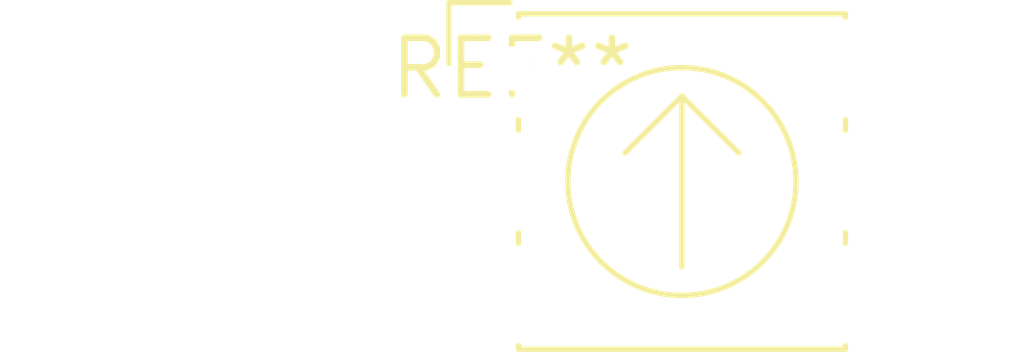
<source format=kicad_pcb>
(kicad_pcb (version 20240108) (generator pcbnew)
  (layers (0 "F.Cu" signal) (31 "B.Cu" signal) (34 "B.Paste" user) (35 "F.Paste" user) (36 "B.SilkS" user "B.Silkscreen") (37 "F.SilkS" user "F.Silkscreen") (38 "B.Mask" user) (39 "F.Mask" user) (44 "Edge.Cuts" user))
  (net 0 "")
  (footprint "Nidec_Copal_SH-7010C" (layer "F.Cu") (at 0 0)
    (property "Reference" "REF**")
    (property "Value" "Nidec_Copal_SH-7010C")
    (fp_line (start -1.42 -1.48) (end -0.05 -1.48) (layer "F.SilkS") (stroke (width 0.12)))
    (fp_line (start -1.42 -0.11) (end -1.42 -1.48) (layer "F.SilkS") (stroke (width 0.12)))
    (fp_line (start 0.14 -1.23) (end 7.48 -1.23) (layer "F.SilkS") (stroke (width 0.12)))
    (fp_line (start 0.14 -1.15) (end 0.14 -1.23) (layer "F.SilkS") (stroke (width 0.12)))
    (fp_line (start 0.14 1.15) (end 0.14 1.39) (layer "F.SilkS") (stroke (width 0.12)))
    (fp_line (start 0.14 3.69) (end 0.14 3.93) (layer "F.SilkS") (stroke (width 0.12)))
    (fp_line (start 0.14 6.23) (end 0.14 6.31) (layer "F.SilkS") (stroke (width 0.12)))
    (fp_line (start 0.14 6.31) (end 7.48 6.31) (layer "F.SilkS") (stroke (width 0.12)))
    (fp_line (start 2.53 1.9) (end 3.81 0.62) (layer "F.SilkS") (stroke (width 0.12)))
    (fp_line (start 3.81 0.62) (end 3.81 4.46) (layer "F.SilkS") (stroke (width 0.12)))
    (fp_line (start 3.81 0.62) (end 5.09 1.9) (layer "F.SilkS") (stroke (width 0.12)))
    (fp_line (start 7.48 -1.23) (end 7.48 -1.15) (layer "F.SilkS") (stroke (width 0.12)))
    (fp_line (start 7.48 1.15) (end 7.48 1.39) (layer "F.SilkS") (stroke (width 0.12)))
    (fp_line (start 7.48 3.69) (end 7.48 3.93) (layer "F.SilkS") (stroke (width 0.12)))
    (fp_line (start 7.48 6.31) (end 7.48 6.23) (layer "F.SilkS") (stroke (width 0.12)))
    (fp_circle (center 3.81 2.54) (end 6.37 2.54) (layer "F.SilkS") (stroke (width 0.12)) (fill none))
    (pad "1" thru_hole rect (at 0 0) (size 2.1 1.9) (drill 1) (layers *.Cu *.Mask) (remove_unused_layers))
    (pad "2" thru_hole oval (at 7.62 5.08) (size 2.1 1.9) (drill 1) (layers *.Cu *.Mask) (remove_unused_layers))
    (pad "4" thru_hole oval (at 0 5.08) (size 2.1 1.9) (drill 1) (layers *.Cu *.Mask) (remove_unused_layers))
    (pad "8" thru_hole oval (at 7.62 0) (size 2.1 1.9) (drill 1) (layers *.Cu *.Mask) (remove_unused_layers))
    (pad "C" thru_hole oval (at 0 2.54) (size 2.1 1.9) (drill 1) (layers *.Cu *.Mask) (remove_unused_layers))
    (pad "C" thru_hole oval (at 7.62 2.54) (size 2.1 1.9) (drill 1) (layers *.Cu *.Mask) (remove_unused_layers))
  )
)
</source>
